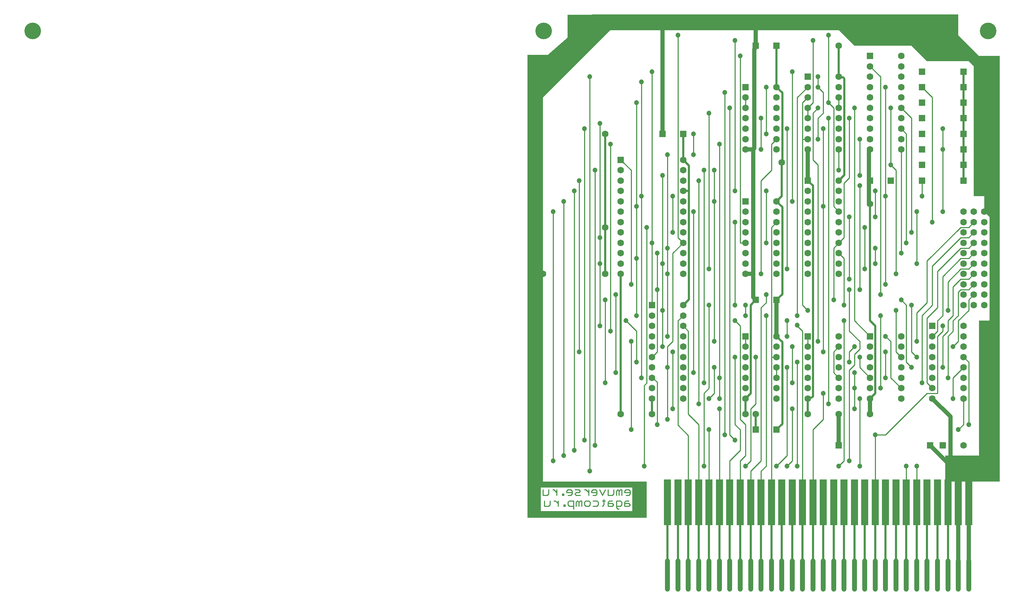
<source format=gbl>
G04*
G04 #@! TF.GenerationSoftware,Altium Limited,Altium Designer,23.6.0 (18)*
G04*
G04 Layer_Physical_Order=2*
G04 Layer_Color=16711680*
%FSLAX44Y44*%
%MOMM*%
G71*
G04*
G04 #@! TF.SameCoordinates,845D1222-F9E4-4124-81B0-03C3B5237010*
G04*
G04*
G04 #@! TF.FilePolarity,Positive*
G04*
G01*
G75*
%ADD10C,0.2540*%
%ADD20R,1.7000X11.0000*%
G04:AMPARAMS|DCode=21|XSize=1.2mm|YSize=8mm|CornerRadius=0.6mm|HoleSize=0mm|Usage=FLASHONLY|Rotation=0.000|XOffset=0mm|YOffset=0mm|HoleType=Round|Shape=RoundedRectangle|*
%AMROUNDEDRECTD21*
21,1,1.2000,6.8000,0,0,0.0*
21,1,0.0000,8.0000,0,0,0.0*
1,1,1.2000,0.0000,-3.4000*
1,1,1.2000,0.0000,-3.4000*
1,1,1.2000,0.0000,3.4000*
1,1,1.2000,0.0000,3.4000*
%
%ADD21ROUNDEDRECTD21*%
%ADD22C,1.0000*%
%ADD23C,0.2500*%
%ADD24C,0.5000*%
%ADD25C,0.5500*%
%ADD26C,0.5001*%
%ADD27C,1.0000*%
%ADD29R,1.6000X1.6000*%
%ADD30C,4.0000*%
%ADD31C,1.6000*%
%ADD32R,1.6000X1.6000*%
%ADD33C,1.2000*%
G36*
X2612500Y1525000D02*
X2662500Y1475000D01*
X2712500D01*
Y450000D01*
X2581250D01*
Y512500D01*
X2662500D01*
Y837500D01*
X2687500D01*
Y1087500D01*
X2675000Y1100000D01*
Y1137500D01*
X2650000D01*
Y1450000D01*
X2637500Y1462500D01*
X2537500D01*
X2500000Y1500000D01*
X2362500D01*
X2325000Y1537500D01*
X1775000D01*
X1612500Y1375000D01*
Y450000D01*
X1862500D01*
Y362500D01*
X1575000D01*
Y437500D01*
Y1478000D01*
X1624556D01*
X1672000Y1519323D01*
Y1574526D01*
X1787500Y1574954D01*
Y1575000D01*
X2612500D01*
Y1525000D01*
D02*
G37*
%LPC*%
G36*
X1827540Y435620D02*
X1607448D01*
Y378710D01*
X1827540D01*
Y435620D01*
D02*
G37*
%LPD*%
D10*
X1812463Y417211D02*
X1819128D01*
X1822460Y420543D01*
Y427207D01*
X1819128Y430540D01*
X1812463D01*
X1809131Y427207D01*
Y423875D01*
X1822460D01*
X1802466Y417211D02*
Y430540D01*
X1799134D01*
X1795802Y427207D01*
Y417211D01*
Y427207D01*
X1792470Y430540D01*
X1789137Y427207D01*
Y417211D01*
X1782473Y430540D02*
Y420543D01*
X1779141Y417211D01*
X1769144D01*
Y430540D01*
X1762479D02*
X1755815Y417211D01*
X1749150Y430540D01*
X1732489Y417211D02*
X1739153D01*
X1742486Y420543D01*
Y427207D01*
X1739153Y430540D01*
X1732489D01*
X1729157Y427207D01*
Y423875D01*
X1742486D01*
X1722492Y430540D02*
Y417211D01*
Y423875D01*
X1719160Y427207D01*
X1715828Y430540D01*
X1712495D01*
X1702499Y417211D02*
X1692502D01*
X1689170Y420543D01*
X1692502Y423875D01*
X1699166D01*
X1702499Y427207D01*
X1699166Y430540D01*
X1689170D01*
X1672508Y417211D02*
X1679173D01*
X1682505Y420543D01*
Y427207D01*
X1679173Y430540D01*
X1672508D01*
X1669176Y427207D01*
Y423875D01*
X1682505D01*
X1662511Y417211D02*
Y420543D01*
X1659179D01*
Y417211D01*
X1662511D01*
X1645850Y430540D02*
Y417211D01*
Y423875D01*
X1642518Y427207D01*
X1639186Y430540D01*
X1635853D01*
X1625857D02*
Y420543D01*
X1622524Y417211D01*
X1612528D01*
Y430540D01*
X1819128Y403783D02*
X1812463D01*
X1809131Y400451D01*
Y390454D01*
X1819128D01*
X1822460Y393787D01*
X1819128Y397119D01*
X1809131D01*
X1795802Y383790D02*
X1792470D01*
X1789137Y387122D01*
Y403783D01*
X1799134D01*
X1802466Y400451D01*
Y393787D01*
X1799134Y390454D01*
X1789137D01*
X1779141Y403783D02*
X1772476D01*
X1769144Y400451D01*
Y390454D01*
X1779141D01*
X1782473Y393787D01*
X1779141Y397119D01*
X1769144D01*
X1759147Y407116D02*
Y403783D01*
X1762479D01*
X1755815D01*
X1759147D01*
Y393787D01*
X1755815Y390454D01*
X1732489Y403783D02*
X1742486D01*
X1745818Y400451D01*
Y393787D01*
X1742486Y390454D01*
X1732489D01*
X1722492D02*
X1715828D01*
X1712496Y393787D01*
Y400451D01*
X1715828Y403783D01*
X1722492D01*
X1725824Y400451D01*
Y393787D01*
X1722492Y390454D01*
X1705831D02*
Y403783D01*
X1702499D01*
X1699166Y400451D01*
Y390454D01*
Y400451D01*
X1695834Y403783D01*
X1692502Y400451D01*
Y390454D01*
X1685837Y383790D02*
Y403783D01*
X1675841D01*
X1672508Y400451D01*
Y393787D01*
X1675841Y390454D01*
X1685837D01*
X1665844D02*
Y393787D01*
X1662512D01*
Y390454D01*
X1665844D01*
X1649182Y403783D02*
Y390454D01*
Y397119D01*
X1645850Y400451D01*
X1642518Y403783D01*
X1639186D01*
X1629189D02*
Y393787D01*
X1625857Y390454D01*
X1615860D01*
Y403783D01*
D20*
X1912500Y400000D02*
D03*
X1937498D02*
D03*
X1962500D02*
D03*
X1987501D02*
D03*
X2012500D02*
D03*
X2037501D02*
D03*
X2062499D02*
D03*
X2087501D02*
D03*
X2112499D02*
D03*
X2137500D02*
D03*
X2162499D02*
D03*
X2187500D02*
D03*
X2212499D02*
D03*
X2237500D02*
D03*
X2262499D02*
D03*
X2287500D02*
D03*
X2312499D02*
D03*
X2337500D02*
D03*
X2362499D02*
D03*
X2387500D02*
D03*
X2412499D02*
D03*
X2437500D02*
D03*
X2462499D02*
D03*
X2487500D02*
D03*
X2512498D02*
D03*
X2537500D02*
D03*
X2562498D02*
D03*
X2587500D02*
D03*
X2612501D02*
D03*
X2637499D02*
D03*
D21*
X2162499Y225000D02*
D03*
X2112499D02*
D03*
X2087501D02*
D03*
X2062499D02*
D03*
X2037501D02*
D03*
X2012500D02*
D03*
X1987501D02*
D03*
X1962500D02*
D03*
X1937498D02*
D03*
X1912500D02*
D03*
X2137500D02*
D03*
X2462499D02*
D03*
X2412499D02*
D03*
X2387500D02*
D03*
X2362499D02*
D03*
X2337500D02*
D03*
X2287500D02*
D03*
X2262499D02*
D03*
X2237500D02*
D03*
X2212499D02*
D03*
X2187500D02*
D03*
X2312499D02*
D03*
X2437500D02*
D03*
X2637499D02*
D03*
X2537500D02*
D03*
X2512498D02*
D03*
X2487500D02*
D03*
X2562498D02*
D03*
X2612501D02*
D03*
X2587500D02*
D03*
D22*
X2545000Y537500D02*
X2589000Y493500D01*
X2550000Y650000D02*
X2593750Y606250D01*
Y499204D02*
Y606250D01*
X2325000Y537500D02*
Y612500D01*
X2121651Y1252854D02*
Y1491142D01*
X2118808Y893692D02*
Y950000D01*
X2121651Y1491142D02*
X2122000Y1491491D01*
X2100000Y1250000D02*
X2118797D01*
X2122000Y1491491D02*
Y1497000D01*
X2118797Y1250000D02*
X2121651Y1252854D01*
X2118797Y950000D02*
Y1250000D01*
X2122000Y1497000D02*
X2125000Y1500000D01*
X2397174Y1177826D02*
X2400000Y1175000D01*
X2397174Y1177826D02*
Y1245550D01*
X2400000Y1248376D01*
Y1250000D01*
X2397347Y1172347D02*
X2400000Y1175000D01*
X2397347Y1123027D02*
Y1172347D01*
Y1123027D02*
X2400000Y1120374D01*
Y1118750D02*
Y1120374D01*
Y612500D02*
Y650000D01*
X2125000Y1500000D02*
Y1550000D01*
X1900000Y1287500D02*
Y1550000D01*
X2100000Y950000D02*
X2118750D01*
X2175000Y800000D02*
Y887500D01*
X2250000Y1175000D02*
Y1250000D01*
D23*
X1856250Y487500D02*
Y681250D01*
X1862500Y687500D02*
Y1062500D01*
X1856250Y681250D02*
X1862500Y687500D01*
X1850000Y700000D02*
Y1137500D01*
X2600000Y650000D02*
Y700000D01*
X2625000Y725000D01*
X2587500Y700000D02*
Y800000D01*
X2525000Y687500D02*
Y850000D01*
X2412500Y562500D02*
X2412500Y562500D01*
X2437500D01*
X2537500Y662500D02*
X2562500D01*
X2437500Y562500D02*
X2537500Y662500D01*
X2562500D02*
Y800000D01*
X1825000Y925000D02*
Y1200000D01*
X2200000Y962500D02*
Y1300000D01*
X2325000Y1200000D02*
Y1250000D01*
X2025000Y787500D02*
Y1200000D01*
X2625000Y587500D02*
Y650000D01*
X2612500Y575000D02*
X2625000Y587500D01*
X2137500Y1250000D02*
Y1325000D01*
X2337500Y875000D02*
Y987500D01*
X2375000Y768750D02*
Y787500D01*
X2350000Y812500D02*
X2375000Y787500D01*
X2362500Y756250D02*
X2375000Y768750D01*
X2362500Y731250D02*
Y756250D01*
X2350000Y718750D02*
X2362500Y731250D01*
X2350000Y737500D02*
Y762500D01*
X2362500Y775000D01*
Y837500D02*
X2400000Y800000D01*
X2362500Y837500D02*
Y1350000D01*
X2350000Y812500D02*
Y912500D01*
X2600000Y775000D02*
X2612500Y787500D01*
Y837500D01*
X2337500Y500000D02*
Y837500D01*
X2425000Y900000D02*
Y1425000D01*
X2400000Y1450000D02*
X2425000Y1425000D01*
X1937500Y837500D02*
X1950000Y850000D01*
X1937500Y586035D02*
Y837500D01*
X2550000Y1075000D02*
Y1375000D01*
X2525000Y1400000D02*
X2550000Y1375000D01*
X2500000Y1050000D02*
Y1325000D01*
X2475000Y1350000D02*
X2500000Y1325000D01*
X2487500Y1025000D02*
Y1287500D01*
X2475000Y1300000D02*
X2487500Y1287500D01*
X2450000Y1212500D02*
X2462500Y1200000D01*
Y950000D02*
Y1200000D01*
X2337500Y1037500D02*
Y1168750D01*
X2325000Y1025000D02*
X2337500Y1037500D01*
X2312500Y1012500D02*
X2325000Y1025000D01*
X2350000Y1181250D02*
Y1325000D01*
X2337500Y1168750D02*
X2350000Y1181250D01*
X2312500Y1112500D02*
X2325000Y1100000D01*
X2312500Y1112500D02*
Y1350000D01*
X2137500Y500000D02*
Y868750D01*
X2150000Y881250D02*
Y900000D01*
X2137500Y868750D02*
X2150000Y881250D01*
X1987500Y450000D02*
Y587500D01*
X1962500Y612500D02*
X1987500Y587500D01*
X1962500Y612500D02*
Y812500D01*
X1937500Y586035D02*
X1962500Y561035D01*
Y400000D02*
Y561035D01*
X1887500Y587500D02*
Y689464D01*
X1876965Y700000D02*
X1887500Y689464D01*
X1875000Y700000D02*
X1876965D01*
X1887500Y912500D02*
Y1000000D01*
X1875000Y750000D02*
X1887500Y762500D01*
Y912500D01*
X1837500Y737500D02*
Y812500D01*
X1812500Y837500D02*
X1837500Y812500D01*
X1925000Y1000000D02*
X1950000Y1025000D01*
X1925000Y787500D02*
Y1000000D01*
X1800000Y1225000D02*
Y1225000D01*
Y1225000D02*
X1806750Y1218250D01*
X1806750D02*
X1825000Y1200000D01*
X1806750Y1218250D02*
X1806750D01*
X2225000Y850000D02*
Y1375000D01*
X2250000Y1400000D01*
X2237500Y1275000D02*
Y1362500D01*
X2250000Y1375000D01*
X2137500Y950000D02*
Y1175000D01*
X2162500Y1200000D02*
Y1262500D01*
X2137500Y1175000D02*
X2162500Y1200000D01*
Y1262500D02*
X2175000Y1275000D01*
X2162500Y750000D02*
Y1062500D01*
X2175000Y1075000D01*
X2325000Y487500D02*
X2337500Y500000D01*
X2350000Y937500D02*
Y1087500D01*
X2312500Y887500D02*
Y1012500D01*
X2325000Y1000000D02*
X2337500Y987500D01*
X2637500Y587500D02*
Y737500D01*
X2625000Y750000D02*
X2637500Y737500D01*
X2612500Y850000D02*
Y906250D01*
X2618750Y912500D02*
X2637500D01*
X2612500Y906250D02*
X2618750Y912500D01*
X2612500Y837500D02*
X2637500Y862500D01*
Y887500D01*
X2537500Y881250D02*
Y981250D01*
X2618750Y1062500D02*
X2637500D01*
X2537500Y981250D02*
X2618750Y1062500D01*
X2550000Y875000D02*
Y968750D01*
X2618750Y1037500D02*
X2637500D01*
X2550000Y968750D02*
X2618750Y1037500D01*
X2562500Y868750D02*
Y956250D01*
X2618750Y1012500D02*
X2637500D01*
X2562500Y956250D02*
X2618750Y1012500D01*
X2575000Y850000D02*
Y943750D01*
X2618750Y987500D02*
X2637500D01*
X2575000Y943750D02*
X2618750Y987500D01*
X2587500Y862500D02*
Y931250D01*
X2618750Y962500D02*
X2637500D01*
X2587500Y931250D02*
X2618750Y962500D01*
X2600000Y850000D02*
Y918750D01*
X2618750Y937500D02*
X2637500D01*
X2600000Y918750D02*
X2618750Y937500D01*
X2512500Y787500D02*
Y856250D01*
X2537500Y881250D01*
X2525000Y850000D02*
X2550000Y875000D01*
X2537500Y843750D02*
X2562500Y868750D01*
X2537500Y687500D02*
Y843750D01*
X2562500Y812500D02*
Y837500D01*
X2575000Y850000D01*
X2437500Y800000D02*
X2450000Y787500D01*
Y700000D02*
Y787500D01*
X2462500Y762500D02*
X2475000Y750000D01*
X2462500Y762500D02*
Y862500D01*
X2500000Y762500D02*
Y875000D01*
Y762500D02*
X2512500Y750000D01*
X2450000Y700000D02*
X2475000Y675000D01*
X2312500Y712500D02*
Y762500D01*
Y712500D02*
X2325000Y700000D01*
X2312500Y762500D02*
X2325000Y775000D01*
X2350000Y500000D02*
Y718750D01*
X2362500Y625000D02*
Y712500D01*
X2375000Y725000D02*
Y750000D01*
Y725000D02*
X2400000Y700000D01*
X1837500Y850000D02*
Y987500D01*
X2225000Y825000D02*
Y826658D01*
Y825000D02*
X2237500Y812500D01*
X2637500Y937500D02*
X2650000Y950000D01*
X2637500Y962500D02*
X2650000Y975000D01*
X2587500Y837500D02*
X2600000Y850000D01*
Y837500D02*
X2612500Y850000D01*
X2587500Y812500D02*
Y837500D01*
X2575000Y800000D02*
X2587500Y812500D01*
Y800000D02*
X2600000Y812500D01*
Y837500D01*
X2200000Y512500D02*
Y725000D01*
X2212500Y1125000D02*
Y1437500D01*
X2437500Y1137500D02*
Y1400000D01*
Y925000D02*
Y1137500D01*
X1850000D02*
Y1412500D01*
X1875000Y1025000D02*
Y1437500D01*
Y875000D02*
Y1025000D01*
X1837500Y1112500D02*
Y1362500D01*
Y987500D02*
Y1112500D01*
X1912500Y1012500D02*
Y1237500D01*
Y950000D02*
Y1012500D01*
Y800000D02*
Y950000D01*
X1900000Y975000D02*
Y1187500D01*
Y862500D02*
Y975000D01*
Y775000D02*
Y862500D01*
X2537500Y687500D02*
X2550000Y675000D01*
X1637500Y500000D02*
Y1100000D01*
X1662500Y512500D02*
Y1125000D01*
X1687500Y525000D02*
Y1150000D01*
X1700000Y762500D02*
Y1175000D01*
X1712500Y550000D02*
Y1300000D01*
X1725000Y475000D02*
Y1425000D01*
X1737500Y537500D02*
Y1200000D01*
X1750000Y825000D02*
Y1312500D01*
X1762500Y687500D02*
Y887500D01*
X1775000Y812500D02*
Y1262500D01*
X1787500Y712500D02*
Y900000D01*
X1825000Y575000D02*
Y787500D01*
X1937500Y1037500D02*
Y1525000D01*
Y1037500D02*
X1950000Y1025000D01*
X1912500Y775000D02*
X1925000Y787500D01*
X1912500Y725000D02*
Y775000D01*
Y600000D02*
Y725000D01*
X1925000Y625000D02*
Y762500D01*
X1975000Y1237500D02*
Y1287500D01*
X1950000Y825000D02*
X1962500Y812500D01*
X2000000Y487500D02*
Y662500D01*
X2012500Y675000D01*
Y875000D01*
X1975000Y712500D02*
Y1100000D01*
X1987500Y637500D02*
Y1175000D01*
X2000000Y687500D02*
Y1200000D01*
X2012500Y650000D02*
X2025000Y662500D01*
Y725000D01*
X2012500Y962500D02*
Y1337500D01*
X2050000Y562500D02*
Y1387500D01*
X2037500Y650000D02*
Y1262500D01*
X2062500Y562500D02*
Y1350000D01*
Y562500D02*
X2075000Y550000D01*
X2037500Y450000D02*
Y625000D01*
X2012500Y450000D02*
Y575000D01*
X2062500Y450000D02*
Y500000D01*
X2087500Y525000D01*
Y575000D01*
X2075000Y587500D02*
X2087500Y575000D01*
X2075000Y587500D02*
Y750000D01*
X2100000Y775000D02*
Y800000D01*
Y850000D02*
Y875000D01*
X2075000Y837500D02*
X2087500Y825000D01*
Y600000D02*
Y825000D01*
Y600000D02*
X2100000Y587500D01*
Y512500D02*
Y587500D01*
X2087500Y500000D02*
X2100000Y512500D01*
X2087500Y450000D02*
Y500000D01*
X2100000Y487500D02*
X2112500Y500000D01*
Y625000D01*
X2125000Y637500D01*
Y750000D01*
X2087500Y1025000D02*
Y1475000D01*
Y1025000D02*
X2100000D01*
X2075000Y875000D02*
Y1075000D01*
Y1150000D02*
Y1512500D01*
X2150000Y1287500D02*
Y1400000D01*
X2162500Y450000D02*
X2162500Y750000D01*
X2175000D01*
X2150000Y1025000D02*
Y1150000D01*
X2237500Y875000D02*
X2250000Y862500D01*
X2237500Y875000D02*
Y1275000D01*
X2250000D01*
X2262500Y1362500D02*
Y1512500D01*
X2250000Y1350000D02*
X2262500Y1362500D01*
X2250000Y1325000D02*
Y1350000D01*
X2275000Y1400000D02*
Y1425000D01*
Y1400000D02*
X2287500Y1387500D01*
Y1337500D02*
Y1387500D01*
X2275000Y1325000D02*
X2287500Y1337500D01*
X2275000Y1275000D02*
Y1325000D01*
X2262500Y1337500D02*
X2275000Y1350000D01*
X2262500Y1225000D02*
Y1337500D01*
Y1225000D02*
X2275000Y1212500D01*
Y787500D02*
Y1212500D01*
X2250000Y775000D02*
Y800000D01*
X2200000D02*
Y837500D01*
X2112500Y475000D02*
X2137500Y500000D01*
X2112500Y450000D02*
Y475000D01*
X2137500Y450000D02*
Y475000D01*
X2150000Y487500D01*
Y850000D01*
X2212500Y687500D02*
Y775000D01*
X2175000Y700000D02*
Y725000D01*
Y487500D02*
X2200000Y512500D01*
Y487500D02*
X2212500Y500000D01*
Y625000D01*
X2225000Y487500D02*
Y737500D01*
X2237500Y450000D02*
X2237500Y812500D01*
X2300000Y1362500D02*
Y1525000D01*
Y1362500D02*
X2312500Y1350000D01*
X2287500Y1112500D02*
Y1300000D01*
Y762500D02*
Y1112500D01*
X2300000Y637500D02*
Y1325000D01*
X2287500Y600000D02*
Y662500D01*
X2262500Y575000D02*
X2287500Y600000D01*
X2262500Y450000D02*
Y575000D01*
X2375000Y487500D02*
Y650000D01*
Y912500D02*
Y1162500D01*
X2387500Y962500D02*
Y1062500D01*
X2412500Y1087500D02*
Y1150000D01*
X2450000Y1212500D02*
Y1350000D01*
X2512500Y975000D02*
Y1100000D01*
X2525000Y1137500D02*
Y1175000D01*
X2412500Y975000D02*
Y1012500D01*
X2475000Y1000000D02*
Y1250000D01*
X2575000Y1100000D02*
Y1300000D01*
X2375000Y1187500D02*
Y1275000D01*
X2412500Y450000D02*
Y562500D01*
X2487500Y450000D02*
Y487500D01*
X2512500Y450000D02*
Y487500D01*
X2562500Y800000D02*
X2575000Y812500D01*
Y825000D01*
X2550000Y800000D02*
X2562500Y812500D01*
X2637500Y987500D02*
X2650000Y1000000D01*
X2575000Y725000D02*
Y800000D01*
X2637500Y912500D02*
X2650000Y925000D01*
X2637500Y887500D02*
X2650000Y900000D01*
X2637500Y1012500D02*
X2650000Y1025000D01*
X2637500Y1037500D02*
X2650000Y1050000D01*
X2637500Y1062500D02*
X2650000Y1075000D01*
X2487500Y737500D02*
X2500000Y725000D01*
X2487500Y737500D02*
Y875000D01*
X2475000Y887500D02*
X2487500Y875000D01*
X2437500Y700000D02*
Y762500D01*
X2425000Y675000D02*
Y850000D01*
X1925000Y1050000D02*
Y1137500D01*
X2325000Y1350000D02*
Y1375000D01*
X2100000Y1350000D02*
Y1375000D01*
D24*
X2589000Y489000D02*
Y493500D01*
X2125000Y575000D02*
Y612500D01*
X2250000D02*
Y650000D01*
X2100000Y612500D02*
Y650000D01*
X1762500Y1062500D02*
X1762500Y1062500D01*
X1762500Y1062500D02*
Y1287500D01*
X2400000Y837500D02*
Y1118750D01*
X2118808Y893692D02*
X2125000Y887500D01*
X2412500Y662500D02*
Y825000D01*
X2400000Y837500D02*
X2412500Y825000D01*
X2250000Y1175000D02*
X2262500Y1162500D01*
X2250000Y650000D02*
X2252105Y652105D01*
X2259327D01*
X2262500Y655278D01*
Y1162500D01*
X2112500Y875000D02*
X2125000Y887500D01*
X2112500Y662500D02*
Y875000D01*
X1875000Y612500D02*
Y650000D01*
X2400000Y650000D02*
X2412500Y662500D01*
X1762500Y950000D02*
Y1062500D01*
X1800000Y612500D02*
Y950000D01*
X2100000Y650000D02*
X2112500Y662500D01*
D25*
X2187500Y1218750D02*
X2189016Y1220266D01*
Y1385984D01*
X2187500Y1137500D02*
Y1218750D01*
X2175000Y1125000D02*
X2187500Y1137500D01*
X2625000Y1212500D02*
Y1437500D01*
X2325000Y1175000D02*
X2338432Y1188432D01*
Y1420008D01*
X1963678Y1150000D02*
Y1211322D01*
Y888678D02*
Y1150000D01*
X1950000Y1150000D02*
X1963678D01*
X1963678Y1150000D01*
X2175000Y800000D02*
X2189093Y785907D01*
X2175000Y575000D02*
X2189093Y589093D01*
Y785907D01*
X2175000Y1125000D02*
X2188992Y1111008D01*
X2175000Y887500D02*
X2188992Y901492D01*
Y1111008D01*
X1950000Y875000D02*
X1963678Y888678D01*
X1950000Y1225000D02*
X1963678Y1211322D01*
X2175000Y1400000D02*
X2189016Y1385984D01*
X2325000Y1425000D02*
X2326770Y1423230D01*
X2335211D01*
X2338432Y1420008D01*
X2625000Y1175000D02*
Y1212500D01*
X1950000Y1225000D02*
Y1287500D01*
X2175000Y1400000D02*
Y1500000D01*
X2325000Y1425000D02*
Y1500000D01*
D26*
X1912500Y263001D02*
Y348301D01*
X1962500Y263001D02*
Y353301D01*
X1987501Y261002D02*
Y348301D01*
X2012500Y261002D02*
Y348301D01*
X2037501Y262001D02*
Y353301D01*
X2062499Y263001D02*
Y348301D01*
X2087501Y261002D02*
Y348301D01*
X2112499Y264002D02*
Y348301D01*
X2137500Y265000D02*
Y348301D01*
X2162499Y262001D02*
Y353301D01*
X2187500Y261002D02*
Y348301D01*
X2212499Y261002D02*
Y353301D01*
X2237500Y261002D02*
Y348301D01*
X2262499Y261002D02*
Y348301D01*
X2287500Y261002D02*
Y353301D01*
X2337500Y261002D02*
Y353301D01*
X2312499Y261002D02*
Y353301D01*
X2537500Y261002D02*
Y348301D01*
X2512498Y261002D02*
Y348301D01*
X2487500Y262001D02*
Y348301D01*
X2462499Y261002D02*
Y348301D01*
X2412499Y261002D02*
Y348301D01*
X2387500Y261002D02*
Y348301D01*
X2362499Y261002D02*
Y348301D01*
X2437500Y262001D02*
Y353301D01*
X2587500Y261002D02*
Y348301D01*
X2562498Y262001D02*
Y353301D01*
X1937498Y261002D02*
Y348301D01*
D27*
X2612501Y261002D02*
Y353301D01*
X2637499Y261002D02*
Y348301D01*
D29*
X2545000Y537500D02*
D03*
X2575000D02*
D03*
X2325000D02*
D03*
X2400000Y1175000D02*
D03*
X2450000D02*
D03*
X2525000D02*
D03*
X2625000D02*
D03*
X2525000Y1212500D02*
D03*
X2625000D02*
D03*
X2525000Y1250000D02*
D03*
X2625000D02*
D03*
X2525000Y1287500D02*
D03*
X2625000D02*
D03*
X2525000Y1325000D02*
D03*
X2625000D02*
D03*
X2525000Y1362500D02*
D03*
X2625000D02*
D03*
X2525000Y1400000D02*
D03*
X2625000D02*
D03*
X2525000Y1437500D02*
D03*
X2625000D02*
D03*
X1900000Y1287500D02*
D03*
X1950000D02*
D03*
X2125000Y887500D02*
D03*
X2175000D02*
D03*
X2125000Y575000D02*
D03*
X2175000D02*
D03*
X2125000Y1500000D02*
D03*
X2175000D02*
D03*
D30*
X1614000Y1535000D02*
D03*
X384000D02*
D03*
X2684000D02*
D03*
D31*
X2625000Y825000D02*
D03*
Y800000D02*
D03*
Y750000D02*
D03*
Y775000D02*
D03*
Y725000D02*
D03*
Y700000D02*
D03*
Y675000D02*
D03*
Y650000D02*
D03*
X2550000D02*
D03*
Y675000D02*
D03*
Y700000D02*
D03*
Y725000D02*
D03*
Y775000D02*
D03*
Y750000D02*
D03*
Y800000D02*
D03*
X2675000Y1100000D02*
D03*
X2650000D02*
D03*
X2625000D02*
D03*
X2675000Y1075000D02*
D03*
X2650000D02*
D03*
X2625000D02*
D03*
X2675000Y1050000D02*
D03*
X2650000D02*
D03*
X2625000D02*
D03*
X2675000Y1025000D02*
D03*
X2650000D02*
D03*
X2625000D02*
D03*
X2675000Y1000000D02*
D03*
X2650000D02*
D03*
X2625000D02*
D03*
X2675000Y975000D02*
D03*
X2650000D02*
D03*
X2625000D02*
D03*
X2675000Y950000D02*
D03*
X2650000D02*
D03*
X2625000D02*
D03*
X2675000Y925000D02*
D03*
X2650000D02*
D03*
X2625000D02*
D03*
X2675000Y900000D02*
D03*
X2650000D02*
D03*
X2625000D02*
D03*
X2675000Y875000D02*
D03*
X2650000D02*
D03*
X2625000D02*
D03*
X1950000Y775000D02*
D03*
Y750000D02*
D03*
Y700000D02*
D03*
Y725000D02*
D03*
Y675000D02*
D03*
X1875000Y650000D02*
D03*
Y675000D02*
D03*
Y700000D02*
D03*
Y725000D02*
D03*
Y750000D02*
D03*
Y775000D02*
D03*
Y825000D02*
D03*
Y800000D02*
D03*
Y850000D02*
D03*
X1950000Y825000D02*
D03*
Y800000D02*
D03*
Y850000D02*
D03*
Y875000D02*
D03*
Y650000D02*
D03*
X2250000Y775000D02*
D03*
Y725000D02*
D03*
Y750000D02*
D03*
Y700000D02*
D03*
Y675000D02*
D03*
Y650000D02*
D03*
X2325000D02*
D03*
Y675000D02*
D03*
Y700000D02*
D03*
Y725000D02*
D03*
Y750000D02*
D03*
Y800000D02*
D03*
Y775000D02*
D03*
X2100000D02*
D03*
Y725000D02*
D03*
Y750000D02*
D03*
Y700000D02*
D03*
Y675000D02*
D03*
Y650000D02*
D03*
X2175000D02*
D03*
Y675000D02*
D03*
Y700000D02*
D03*
Y725000D02*
D03*
Y750000D02*
D03*
Y800000D02*
D03*
Y775000D02*
D03*
X2400000D02*
D03*
Y725000D02*
D03*
Y750000D02*
D03*
Y700000D02*
D03*
Y675000D02*
D03*
Y650000D02*
D03*
X2475000D02*
D03*
Y675000D02*
D03*
Y700000D02*
D03*
Y725000D02*
D03*
Y750000D02*
D03*
Y800000D02*
D03*
Y775000D02*
D03*
X2325000Y1175000D02*
D03*
Y1150000D02*
D03*
Y1125000D02*
D03*
Y1100000D02*
D03*
X2250000Y1150000D02*
D03*
Y1100000D02*
D03*
Y1125000D02*
D03*
Y1075000D02*
D03*
Y1050000D02*
D03*
Y1025000D02*
D03*
Y1000000D02*
D03*
Y975000D02*
D03*
Y950000D02*
D03*
X2325000D02*
D03*
Y975000D02*
D03*
Y1025000D02*
D03*
Y1000000D02*
D03*
Y1050000D02*
D03*
Y1075000D02*
D03*
X2100000Y1100000D02*
D03*
Y1050000D02*
D03*
Y1075000D02*
D03*
Y1025000D02*
D03*
Y1000000D02*
D03*
Y975000D02*
D03*
Y950000D02*
D03*
X2175000D02*
D03*
Y975000D02*
D03*
Y1000000D02*
D03*
Y1025000D02*
D03*
Y1075000D02*
D03*
Y1050000D02*
D03*
Y1100000D02*
D03*
Y1125000D02*
D03*
X2475000Y1475000D02*
D03*
Y1450000D02*
D03*
Y1425000D02*
D03*
Y1400000D02*
D03*
X2400000Y1450000D02*
D03*
Y1400000D02*
D03*
Y1425000D02*
D03*
Y1375000D02*
D03*
Y1350000D02*
D03*
Y1325000D02*
D03*
Y1300000D02*
D03*
Y1275000D02*
D03*
Y1250000D02*
D03*
X2475000D02*
D03*
Y1275000D02*
D03*
Y1325000D02*
D03*
Y1300000D02*
D03*
Y1350000D02*
D03*
Y1375000D02*
D03*
X2250000Y1400000D02*
D03*
Y1350000D02*
D03*
Y1375000D02*
D03*
Y1325000D02*
D03*
Y1300000D02*
D03*
Y1275000D02*
D03*
Y1250000D02*
D03*
X2325000D02*
D03*
Y1275000D02*
D03*
Y1300000D02*
D03*
Y1325000D02*
D03*
Y1375000D02*
D03*
Y1350000D02*
D03*
Y1400000D02*
D03*
Y1425000D02*
D03*
X2100000Y1375000D02*
D03*
Y1325000D02*
D03*
Y1350000D02*
D03*
Y1300000D02*
D03*
Y1275000D02*
D03*
Y1250000D02*
D03*
X2175000D02*
D03*
Y1275000D02*
D03*
Y1300000D02*
D03*
Y1325000D02*
D03*
Y1350000D02*
D03*
Y1400000D02*
D03*
Y1375000D02*
D03*
X1950000Y1025000D02*
D03*
Y1000000D02*
D03*
Y950000D02*
D03*
Y975000D02*
D03*
X1800000Y950000D02*
D03*
Y975000D02*
D03*
Y1000000D02*
D03*
Y1025000D02*
D03*
Y1050000D02*
D03*
Y1075000D02*
D03*
Y1100000D02*
D03*
Y1125000D02*
D03*
Y1175000D02*
D03*
Y1150000D02*
D03*
Y1200000D02*
D03*
X1950000Y1075000D02*
D03*
Y1050000D02*
D03*
Y1100000D02*
D03*
Y1125000D02*
D03*
Y1175000D02*
D03*
Y1150000D02*
D03*
Y1200000D02*
D03*
Y1225000D02*
D03*
X2325000Y612500D02*
D03*
X2125000D02*
D03*
X2100000D02*
D03*
X2250000D02*
D03*
X1762500Y1287500D02*
D03*
X2187500Y1218750D02*
D03*
X2400000Y1118750D02*
D03*
X2625000Y537500D02*
D03*
X1612500Y950000D02*
D03*
X1762500D02*
D03*
X2325000Y1500000D02*
D03*
X2400000Y612500D02*
D03*
X1800000D02*
D03*
X1875000D02*
D03*
X1762500Y1062500D02*
D03*
D32*
X2550000Y825000D02*
D03*
X1875000Y875000D02*
D03*
X2250000Y800000D02*
D03*
X2100000D02*
D03*
X2400000D02*
D03*
X2250000Y1175000D02*
D03*
X2100000Y1125000D02*
D03*
X2400000Y1475000D02*
D03*
X2250000Y1425000D02*
D03*
X2100000Y1400000D02*
D03*
X1800000Y1225000D02*
D03*
D33*
X1850000Y700000D02*
D03*
X1856250Y487500D02*
D03*
X2600000Y650000D02*
D03*
X2587500Y700000D02*
D03*
X2525000Y687500D02*
D03*
X1825000Y925000D02*
D03*
X2325000Y1200000D02*
D03*
X2025000D02*
D03*
X2137500Y1325000D02*
D03*
X2362500Y775000D02*
D03*
X2350000Y737500D02*
D03*
X2600000Y775000D02*
D03*
X2337500Y837500D02*
D03*
X2137500Y1250000D02*
D03*
X2350000Y937500D02*
D03*
Y1087500D02*
D03*
Y1325000D02*
D03*
X2362500Y712500D02*
D03*
X1837500Y850000D02*
D03*
X2225000Y826658D02*
D03*
X2587500Y862500D02*
D03*
X2200000Y725000D02*
D03*
Y962500D02*
D03*
Y1300000D02*
D03*
X2512500Y750000D02*
D03*
X2425000Y850000D02*
D03*
X1762500Y687500D02*
D03*
X2437500Y800000D02*
D03*
Y762500D02*
D03*
X2225000Y850000D02*
D03*
X2200000Y837500D02*
D03*
Y800000D02*
D03*
X2212500Y775000D02*
D03*
X2225000Y737500D02*
D03*
X2125000Y750000D02*
D03*
X2150000Y900000D02*
D03*
Y850000D02*
D03*
X2137500Y950000D02*
D03*
X2150000Y1025000D02*
D03*
X2212500Y1125000D02*
D03*
X2150000Y1150000D02*
D03*
Y1287500D02*
D03*
X1937500Y1525000D02*
D03*
X2075000Y1512500D02*
D03*
X2087500Y1475000D02*
D03*
X2150000Y1400000D02*
D03*
X2212500Y1437500D02*
D03*
X2262500Y1512500D02*
D03*
X2300000Y1525000D02*
D03*
X2275000Y1425000D02*
D03*
Y1400000D02*
D03*
Y1350000D02*
D03*
X2300000Y1362500D02*
D03*
Y1325000D02*
D03*
X2287500Y1300000D02*
D03*
X2275000Y1275000D02*
D03*
X2437500Y1400000D02*
D03*
X2450000Y1350000D02*
D03*
X2362500D02*
D03*
X2375000Y1275000D02*
D03*
X2575000Y1300000D02*
D03*
Y1250000D02*
D03*
X2500000Y1050000D02*
D03*
X2450000Y1212500D02*
D03*
X2287500Y1112500D02*
D03*
X2375000Y1187500D02*
D03*
Y1162500D02*
D03*
X2387500Y1062500D02*
D03*
X2412500Y1150000D02*
D03*
Y1087500D02*
D03*
X2437500Y1137500D02*
D03*
X2525000D02*
D03*
X2512500Y1100000D02*
D03*
X2575000D02*
D03*
X2550000Y1075000D02*
D03*
X2250000Y862500D02*
D03*
X2487500Y1025000D02*
D03*
X2512500Y975000D02*
D03*
X2475000Y1000000D02*
D03*
X2462500Y950000D02*
D03*
X2437500Y925000D02*
D03*
X2425000Y900000D02*
D03*
X2412500Y1012500D02*
D03*
Y975000D02*
D03*
X2387500Y962500D02*
D03*
X2375000Y912500D02*
D03*
X2350000D02*
D03*
X2312500Y887500D02*
D03*
X2337500Y875000D02*
D03*
X2275000Y787500D02*
D03*
X2287500Y762500D02*
D03*
X2375000Y750000D02*
D03*
X2575000Y825000D02*
D03*
X2462500Y862500D02*
D03*
X2475000Y887500D02*
D03*
X2500000Y875000D02*
D03*
X2512500Y787500D02*
D03*
X2575000Y725000D02*
D03*
X2637500Y587500D02*
D03*
X2612500Y575000D02*
D03*
X2500000Y725000D02*
D03*
X2437500Y700000D02*
D03*
X2425000Y675000D02*
D03*
X2212500Y687500D02*
D03*
Y625000D02*
D03*
X2287500Y662500D02*
D03*
X2300000Y637500D02*
D03*
X2362500Y675000D02*
D03*
X2375000Y650000D02*
D03*
X2362500Y625000D02*
D03*
X2412500Y562500D02*
D03*
X2512500Y487500D02*
D03*
X2487500D02*
D03*
X2375000D02*
D03*
X2350000Y500000D02*
D03*
X2325000Y487500D02*
D03*
X2225000D02*
D03*
X2200000D02*
D03*
X2175000D02*
D03*
X1925000Y625000D02*
D03*
X2037500D02*
D03*
X2100000Y487500D02*
D03*
X2000000D02*
D03*
X1637500Y500000D02*
D03*
X1662500Y512500D02*
D03*
X1687500Y525000D02*
D03*
X1712500Y550000D02*
D03*
X1737500Y537500D02*
D03*
X1725000Y475000D02*
D03*
X1825000Y575000D02*
D03*
X1887500Y587500D02*
D03*
X1912500Y600000D02*
D03*
X2012500Y575000D02*
D03*
X2050000Y562500D02*
D03*
X2075000Y550000D02*
D03*
X2037500Y650000D02*
D03*
X2012500D02*
D03*
X1987500Y637500D02*
D03*
X2000000Y687500D02*
D03*
X2037500Y700000D02*
D03*
X2100000Y850000D02*
D03*
Y875000D02*
D03*
X2075000D02*
D03*
Y837500D02*
D03*
Y750000D02*
D03*
X1975000Y712500D02*
D03*
X2025000Y725000D02*
D03*
Y787500D02*
D03*
X2012500Y875000D02*
D03*
X1925000Y762500D02*
D03*
X1912500Y725000D02*
D03*
X1900000Y775000D02*
D03*
X1912500Y800000D02*
D03*
X1900000Y862500D02*
D03*
X1887500Y912500D02*
D03*
X1787500Y712500D02*
D03*
X1837500Y737500D02*
D03*
X1812500Y837500D02*
D03*
X1825000Y787500D02*
D03*
X1700000Y762500D02*
D03*
X1750000Y825000D02*
D03*
X1775000Y812500D02*
D03*
X1762500Y887500D02*
D03*
X1787500Y900000D02*
D03*
X1912500Y950000D02*
D03*
X2012500Y962500D02*
D03*
X2075000Y1075000D02*
D03*
Y1150000D02*
D03*
X2025000Y1125000D02*
D03*
X2000000Y1200000D02*
D03*
X1987500Y1175000D02*
D03*
X1975000Y1100000D02*
D03*
X1900000Y975000D02*
D03*
X1925000Y1137500D02*
D03*
Y1050000D02*
D03*
X1912500Y1012500D02*
D03*
X1887500Y1000000D02*
D03*
X1875000Y1025000D02*
D03*
X1862500Y1062500D02*
D03*
X1837500Y987500D02*
D03*
Y1112500D02*
D03*
X1850000Y1137500D02*
D03*
X1900000Y1187500D02*
D03*
X1750000Y975000D02*
D03*
Y1037500D02*
D03*
X1637500Y1100000D02*
D03*
X1662500Y1125000D02*
D03*
X1687500Y1150000D02*
D03*
X1700000Y1175000D02*
D03*
X1737500Y1200000D02*
D03*
X1912500Y1237500D02*
D03*
X2037500Y1262500D02*
D03*
X1975000Y1237500D02*
D03*
Y1287500D02*
D03*
X2050000Y1387500D02*
D03*
X2062500Y1350000D02*
D03*
X2012500Y1337500D02*
D03*
X1775000Y1262500D02*
D03*
X1712500Y1300000D02*
D03*
X1750000Y1312500D02*
D03*
X1837500Y1362500D02*
D03*
X1875000Y1437500D02*
D03*
X1850000Y1412500D02*
D03*
X1725000Y1425000D02*
D03*
M02*

</source>
